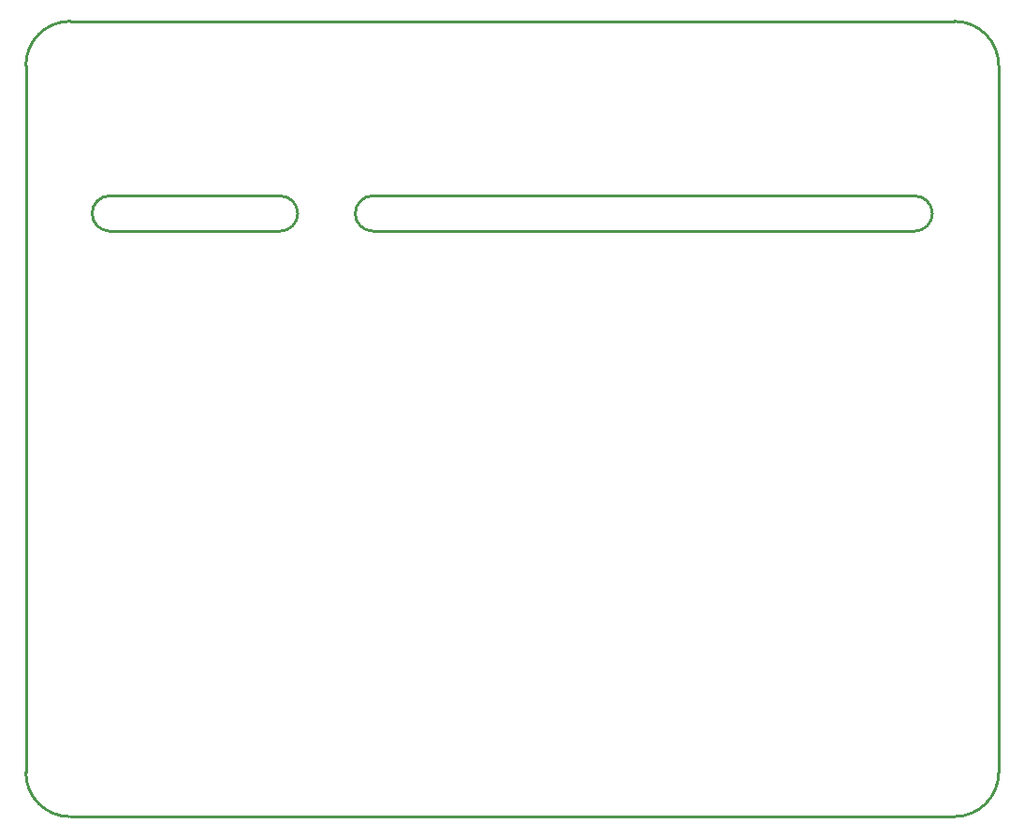
<source format=gko>
G04 Layer: BoardOutlineLayer*
G04 EasyEDA v6.4.32, 2022-03-04 17:10:02*
G04 9e068ee103114b4da440d1e05eba0729,9b295ca1ffa148ecaf4cbe0d9ff7b9be,10*
G04 Gerber Generator version 0.2*
G04 Scale: 100 percent, Rotated: No, Reflected: No *
G04 Dimensions in inches *
G04 leading zeros omitted , absolute positions ,3 integer and 6 decimal *
%FSLAX36Y36*%
%MOIN*%

%ADD10C,0.0100*%
D10*
X299212Y2086615D02*
G01*
X905511Y2086615D01*
X299212Y2212600D02*
G01*
X905511Y2212600D01*
X0Y156999D02*
G01*
X0Y2677166D01*
X3464569Y2677166D02*
G01*
X3465000Y156999D01*
X157478Y2834648D02*
G01*
X3307085Y2834648D01*
X1236221Y2086615D02*
G01*
X3165356Y2086615D01*
X1236221Y2212600D02*
G01*
X3165356Y2212600D01*
X3307087Y0D02*
G01*
X157480Y0D01*
G75*
G01*
X3307086Y2834648D02*
G02*
X3464566Y2677168I0J-157480D01*
G75*
G01*
X3464567Y157480D02*
G02*
X3307087Y0I-157480J0D01*
G75*
G01*
X157480Y0D02*
G02*
X0Y157480I0J157480D01*
G75*
G01*
X-1Y2677168D02*
G02*
X157479Y2834648I157480J0D01*
G75*
G01*
X299213Y2086615D02*
G02*
X236221Y2149607I0J62992D01*
G75*
G01*
X968504Y2149605D02*
G02*
X905512Y2086613I-62992J0D01*
G75*
G01*
X3228347Y2149608D02*
G02*
X3165356Y2086616I-62992J0D01*
G75*
G01*
X1236221Y2086615D02*
G02*
X1173230Y2149607I1J62992D01*
G75*
G01*
X3165356Y2212600D02*
G02*
X3228347Y2149608I-1J-62992D01*
G75*
G01*
X236221Y2149607D02*
G02*
X299213Y2212599I62992J0D01*
G75*
G01*
X1173230Y2149607D02*
G02*
X1236221Y2212599I62992J0D01*
G75*
G01*
X905512Y2212597D02*
G02*
X968504Y2149605I0J-62992D01*

%LPD*%
M02*

</source>
